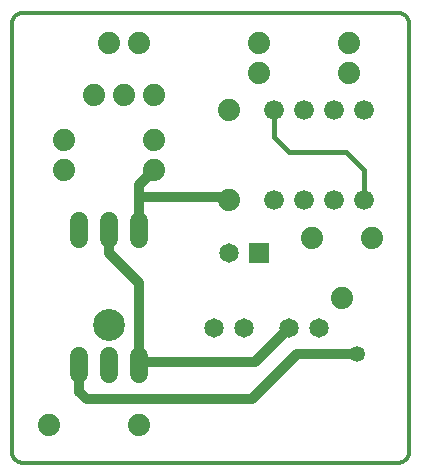
<source format=gtl>
G75*
%MOIN*%
%OFA0B0*%
%FSLAX24Y24*%
%IPPOS*%
%LPD*%
%AMOC8*
5,1,8,0,0,1.08239X$1,22.5*
%
%ADD10C,0.0120*%
%ADD11C,0.1065*%
%ADD12C,0.0660*%
%ADD13C,0.0600*%
%ADD14C,0.0740*%
%ADD15C,0.0650*%
%ADD16R,0.0650X0.0650*%
%ADD17C,0.0531*%
%ADD18C,0.0320*%
%ADD19C,0.0160*%
D10*
X000180Y000555D02*
X000180Y014805D01*
X000182Y014842D01*
X000187Y014878D01*
X000196Y014914D01*
X000209Y014949D01*
X000224Y014982D01*
X000243Y015013D01*
X000265Y015043D01*
X000290Y015070D01*
X000317Y015095D01*
X000347Y015117D01*
X000378Y015136D01*
X000411Y015151D01*
X000446Y015164D01*
X000482Y015173D01*
X000518Y015178D01*
X000555Y015180D01*
X013055Y015180D01*
X013092Y015178D01*
X013128Y015173D01*
X013164Y015164D01*
X013199Y015151D01*
X013232Y015136D01*
X013263Y015117D01*
X013293Y015095D01*
X013320Y015070D01*
X013345Y015043D01*
X013367Y015013D01*
X013386Y014982D01*
X013401Y014949D01*
X013414Y014914D01*
X013423Y014878D01*
X013428Y014842D01*
X013430Y014805D01*
X013430Y000555D01*
X013428Y000518D01*
X013423Y000482D01*
X013414Y000446D01*
X013401Y000411D01*
X013386Y000378D01*
X013367Y000347D01*
X013345Y000317D01*
X013320Y000290D01*
X013293Y000265D01*
X013263Y000243D01*
X013232Y000224D01*
X013199Y000209D01*
X013164Y000196D01*
X013128Y000187D01*
X013092Y000182D01*
X013055Y000180D01*
X000555Y000180D01*
X000518Y000182D01*
X000482Y000187D01*
X000446Y000196D01*
X000411Y000209D01*
X000378Y000224D01*
X000347Y000243D01*
X000317Y000265D01*
X000290Y000290D01*
X000265Y000317D01*
X000243Y000347D01*
X000224Y000378D01*
X000209Y000411D01*
X000196Y000446D01*
X000187Y000482D01*
X000182Y000518D01*
X000180Y000555D01*
D11*
X003430Y004780D03*
D12*
X008930Y008930D03*
X009930Y008930D03*
X010930Y008930D03*
X011930Y008930D03*
X011930Y011930D03*
X010930Y011930D03*
X009930Y011930D03*
X008930Y011930D03*
D13*
X004430Y008230D02*
X004430Y007630D01*
X003430Y007630D02*
X003430Y008230D01*
X002430Y008230D02*
X002430Y007630D01*
X002430Y003730D02*
X002430Y003130D01*
X003430Y003130D02*
X003430Y003730D01*
X004430Y003730D02*
X004430Y003130D01*
D14*
X004430Y001430D03*
X001430Y001430D03*
X007430Y008930D03*
X004930Y009930D03*
X004930Y010930D03*
X004930Y012430D03*
X003930Y012430D03*
X002930Y012430D03*
X001930Y010930D03*
X001930Y009930D03*
X003430Y014180D03*
X004430Y014180D03*
X007430Y011930D03*
X008430Y013180D03*
X008430Y014180D03*
X011430Y014180D03*
X011430Y013180D03*
X012180Y007680D03*
X011180Y005680D03*
X010180Y007680D03*
D15*
X007430Y007180D03*
X006930Y004680D03*
X007930Y004680D03*
X009430Y004680D03*
X010430Y004680D03*
D16*
X008430Y007180D03*
D17*
X011680Y003805D03*
D18*
X009680Y003805D01*
X008180Y002305D01*
X002680Y002305D01*
X002430Y002555D01*
X002430Y003430D01*
X004430Y003430D02*
X004534Y003534D01*
X008284Y003534D01*
X009430Y004680D01*
X007430Y008930D02*
X007305Y009055D01*
X004430Y009055D01*
X004430Y007930D01*
X003430Y007930D02*
X003430Y007180D01*
X004430Y006180D01*
X004430Y003430D01*
X004430Y009055D02*
X004430Y009430D01*
X004930Y009930D01*
D19*
X008930Y011055D02*
X009430Y010555D01*
X011305Y010555D01*
X011930Y009930D01*
X011930Y008930D01*
X008930Y011055D02*
X008930Y011930D01*
M02*

</source>
